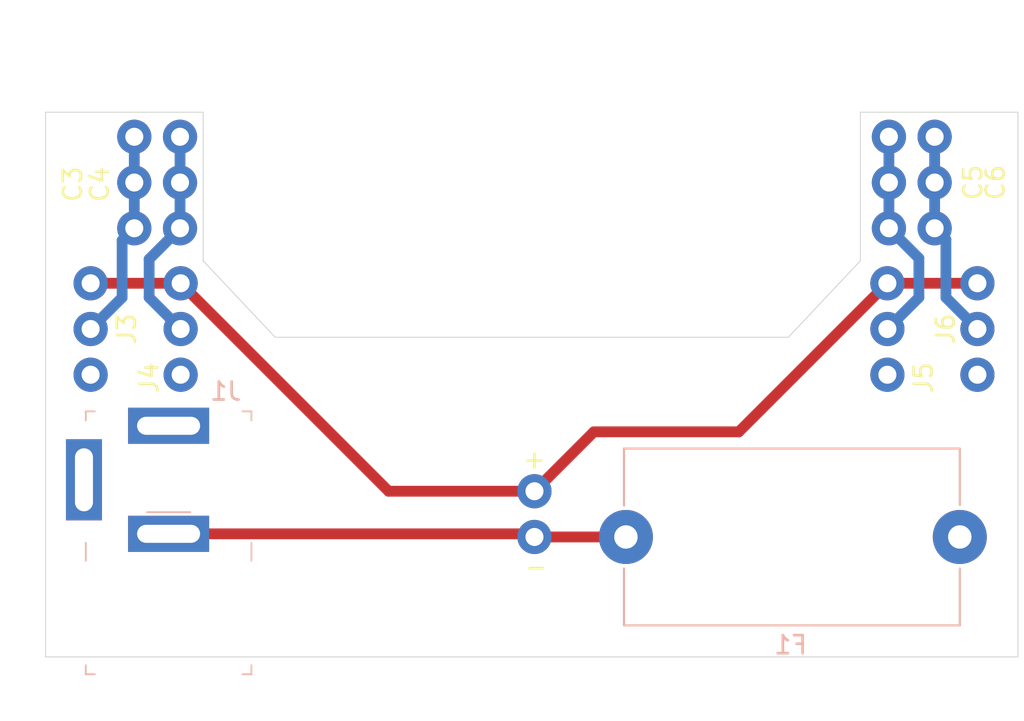
<source format=kicad_pcb>
(kicad_pcb (version 20171130) (host pcbnew "(5.1.9)-1")

  (general
    (thickness 1.6002)
    (drawings 10)
    (tracks 30)
    (zones 0)
    (modules 12)
    (nets 8)
  )

  (page A4)
  (layers
    (0 F.Cu signal)
    (31 B.Cu signal)
    (32 B.Adhes user)
    (33 F.Adhes user)
    (34 B.Paste user)
    (35 F.Paste user)
    (36 B.SilkS user)
    (37 F.SilkS user)
    (38 B.Mask user)
    (39 F.Mask user)
    (40 Dwgs.User user)
    (41 Cmts.User user)
    (42 Eco1.User user)
    (43 Eco2.User user)
    (44 Edge.Cuts user)
    (45 Margin user)
    (46 B.CrtYd user)
    (47 F.CrtYd user)
    (48 B.Fab user)
    (49 F.Fab user)
  )

  (setup
    (last_trace_width 0.15)
    (user_trace_width 0.15)
    (user_trace_width 0.2)
    (user_trace_width 0.4)
    (user_trace_width 0.6)
    (trace_clearance 0.15)
    (zone_clearance 0.508)
    (zone_45_only no)
    (trace_min 0.15)
    (via_size 0.6)
    (via_drill 0.3)
    (via_min_size 0.6)
    (via_min_drill 0.3)
    (user_via 0.6 0.3)
    (user_via 0.9 0.4)
    (uvia_size 0.6)
    (uvia_drill 0.3)
    (uvias_allowed no)
    (uvia_min_size 0.6)
    (uvia_min_drill 0.3)
    (edge_width 0.0381)
    (segment_width 0.254)
    (pcb_text_width 0.3048)
    (pcb_text_size 1.524 1.524)
    (mod_edge_width 0.1524)
    (mod_text_size 0.8128 0.8128)
    (mod_text_width 0.1524)
    (pad_size 1.524 1.524)
    (pad_drill 0.762)
    (pad_to_mask_clearance 0)
    (solder_mask_min_width 0.15)
    (aux_axis_origin 0 0)
    (visible_elements 7FFFFFFF)
    (pcbplotparams
      (layerselection 0x010fc_ffffffff)
      (usegerberextensions false)
      (usegerberattributes false)
      (usegerberadvancedattributes false)
      (creategerberjobfile false)
      (excludeedgelayer true)
      (linewidth 0.152400)
      (plotframeref false)
      (viasonmask false)
      (mode 1)
      (useauxorigin false)
      (hpglpennumber 1)
      (hpglpenspeed 20)
      (hpglpendiameter 15.000000)
      (psnegative false)
      (psa4output false)
      (plotreference true)
      (plotvalue false)
      (plotinvisibletext false)
      (padsonsilk false)
      (subtractmaskfromsilk true)
      (outputformat 1)
      (mirror false)
      (drillshape 0)
      (scaleselection 1)
      (outputdirectory "./gerbers"))
  )

  (net 0 "")
  (net 1 "Net-(C3-Pad1)")
  (net 2 "Net-(C4-Pad1)")
  (net 3 "Net-(C5-Pad1)")
  (net 4 "Net-(C6-Pad1)")
  (net 5 GND)
  (net 6 "Net-(C1-Pad1)")
  (net 7 "Net-(C2-Pad1)")

  (net_class Default "This is the default net class."
    (clearance 0.15)
    (trace_width 0.15)
    (via_dia 0.6)
    (via_drill 0.3)
    (uvia_dia 0.6)
    (uvia_drill 0.3)
    (diff_pair_width 0.2)
    (diff_pair_gap 0.3)
    (add_net GND)
    (add_net "Net-(C1-Pad1)")
    (add_net "Net-(C2-Pad1)")
    (add_net "Net-(C3-Pad1)")
    (add_net "Net-(C4-Pad1)")
    (add_net "Net-(C5-Pad1)")
    (add_net "Net-(C6-Pad1)")
  )

  (module BreadboardPS:Fuseholder_Cylinder-0.177x0.57in_Littelfuse_02540101Z_Horizontal_Open (layer B.Cu) (tedit 60544437) (tstamp 6054F248)
    (at 62.23 53.34)
    (descr "Fuseholder horizontal open, 5x20mm, 500V, 16A, Schurter 0031.8201, https://us.schurter.com/bundles/snceschurter/epim/_ProdPool_/newDS/en/typ_OGN.pdf")
    (tags "Fuseholder horizontal open 5x20 Schurter 0031.8201")
    (path /60568127)
    (fp_text reference F1 (at 9.144 6) (layer B.SilkS)
      (effects (font (size 1 1) (thickness 0.15)) (justify mirror))
    )
    (fp_text value Fuse (at 10.414 -6.096) (layer B.Fab)
      (effects (font (size 1 1) (thickness 0.15)) (justify mirror))
    )
    (fp_line (start -0.11 -4.91) (end -0.11 -1.75) (layer B.SilkS) (width 0.12))
    (fp_line (start 20.32 5.05) (end 20.32 -5.05) (layer B.CrtYd) (width 0.05))
    (fp_line (start -0.11 -4.91) (end 18.542 -4.91) (layer B.SilkS) (width 0.12))
    (fp_line (start -1.75 5.05) (end 20.32 5.05) (layer B.CrtYd) (width 0.05))
    (fp_line (start 20.32 -5.05) (end -1.75 -5.05) (layer B.CrtYd) (width 0.05))
    (fp_line (start -0.11 4.91) (end 18.542 4.91) (layer B.SilkS) (width 0.12))
    (fp_line (start -0.11 1.75) (end -0.11 4.91) (layer B.SilkS) (width 0.12))
    (fp_line (start 18.542 1.75) (end 18.542 4.91) (layer B.SilkS) (width 0.12))
    (fp_line (start 18.542 -4.91) (end 18.542 -1.778) (layer B.SilkS) (width 0.12))
    (fp_line (start -1.75 -5.05) (end -1.75 5.05) (layer B.CrtYd) (width 0.05))
    (fp_line (start 18.415 4.8) (end 0 4.8) (layer B.Fab) (width 0.1))
    (fp_line (start 18.415 -4.8) (end 18.415 4.8) (layer B.Fab) (width 0.1))
    (fp_line (start 0 -4.8) (end 18.415 -4.8) (layer B.Fab) (width 0.1))
    (fp_line (start 0 4.8) (end 0 -4.8) (layer B.Fab) (width 0.1))
    (fp_text user %R (at 9.144 -4) (layer B.Fab)
      (effects (font (size 1 1) (thickness 0.15)) (justify mirror))
    )
    (pad 1 thru_hole circle (at 0 0) (size 3 3) (drill 1.3) (layers *.Cu *.Mask)
      (net 7 "Net-(C2-Pad1)"))
    (pad 2 thru_hole circle (at 18.542 0) (size 2.999999 2.999999) (drill 1.3) (layers *.Cu *.Mask)
      (net 5 GND))
    (pad "" np_thru_hole circle (at 9.271 0) (size 2.7 2.7) (drill 2.7) (layers *.Cu *.Mask))
    (model ${KISYS3DMOD}/Fuse.3dshapes/Fuseholder_Cylinder-5x20mm_Schurter_0031_8201_Horizontal_Open.wrl
      (at (xyz 0 0 0))
      (scale (xyz 1 1 1))
      (rotate (xyz 0 0 0))
    )
  )

  (module _Pin_Pads:SolderPinPad_3x_1mmDrill (layer F.Cu) (tedit 6054DB7B) (tstamp 60550CD5)
    (at 34.925 33.655 90)
    (path /60552625)
    (fp_text reference C3 (at -0.095 -3.425 90) (layer F.SilkS)
      (effects (font (size 1 1) (thickness 0.15)))
    )
    (fp_text value ConnRR (at 7.155 0.075 90) (layer F.Fab)
      (effects (font (size 1 1) (thickness 0.15)))
    )
    (pad 1 thru_hole circle (at 2.54 0 90) (size 1.9 1.9) (drill 1) (layers *.Cu *.Mask)
      (net 1 "Net-(C3-Pad1)"))
    (pad 1 thru_hole circle (at 0 0 90) (size 1.9 1.9) (drill 1) (layers *.Cu *.Mask)
      (net 1 "Net-(C3-Pad1)"))
    (pad 1 thru_hole circle (at -2.54 0 90) (size 1.9 1.9) (drill 1) (layers *.Cu *.Mask)
      (net 1 "Net-(C3-Pad1)"))
  )

  (module _Pin_Pads:SolderPinPad_3x_1mmDrill (layer F.Cu) (tedit 6054DB7B) (tstamp 605559F4)
    (at 37.465 33.655 90)
    (path /60551B27)
    (fp_text reference C4 (at -0.095 -4.465 90) (layer F.SilkS)
      (effects (font (size 1 1) (thickness 0.15)))
    )
    (fp_text value ConnRL (at 7.155 0.035 90) (layer F.Fab)
      (effects (font (size 1 1) (thickness 0.15)))
    )
    (pad 1 thru_hole circle (at -2.54 0 90) (size 1.9 1.9) (drill 1) (layers *.Cu *.Mask)
      (net 2 "Net-(C4-Pad1)"))
    (pad 1 thru_hole circle (at 0 0 90) (size 1.9 1.9) (drill 1) (layers *.Cu *.Mask)
      (net 2 "Net-(C4-Pad1)"))
    (pad 1 thru_hole circle (at 2.54 0 90) (size 1.9 1.9) (drill 1) (layers *.Cu *.Mask)
      (net 2 "Net-(C4-Pad1)"))
  )

  (module _Pin_Pads:SolderPinPad_3x_1mmDrill (layer F.Cu) (tedit 6054DB7B) (tstamp 60550CE3)
    (at 76.835 33.655 90)
    (path /6054951D)
    (fp_text reference C5 (at 0 4.665 90) (layer F.SilkS)
      (effects (font (size 1 1) (thickness 0.15)))
    )
    (fp_text value ConnLR (at 6.655 -0.085 90) (layer F.Fab)
      (effects (font (size 1 1) (thickness 0.15)))
    )
    (pad 1 thru_hole circle (at -2.54 0 90) (size 1.9 1.9) (drill 1) (layers *.Cu *.Mask)
      (net 3 "Net-(C5-Pad1)"))
    (pad 1 thru_hole circle (at 0 0 90) (size 1.9 1.9) (drill 1) (layers *.Cu *.Mask)
      (net 3 "Net-(C5-Pad1)"))
    (pad 1 thru_hole circle (at 2.54 0 90) (size 1.9 1.9) (drill 1) (layers *.Cu *.Mask)
      (net 3 "Net-(C5-Pad1)"))
  )

  (module _Pin_Pads:SolderPinPad_3x_1mmDrill (layer F.Cu) (tedit 6054DB7B) (tstamp 605559AC)
    (at 79.375 33.655 90)
    (path /60548D0D)
    (fp_text reference C6 (at 0 3.375 90) (layer F.SilkS)
      (effects (font (size 1 1) (thickness 0.15)))
    )
    (fp_text value ConnLL (at 6.655 0.125 90) (layer F.Fab)
      (effects (font (size 1 1) (thickness 0.15)))
    )
    (pad 1 thru_hole circle (at 2.54 0 90) (size 1.9 1.9) (drill 1) (layers *.Cu *.Mask)
      (net 4 "Net-(C6-Pad1)"))
    (pad 1 thru_hole circle (at 0 0 90) (size 1.9 1.9) (drill 1) (layers *.Cu *.Mask)
      (net 4 "Net-(C6-Pad1)"))
    (pad 1 thru_hole circle (at -2.54 0 90) (size 1.9 1.9) (drill 1) (layers *.Cu *.Mask)
      (net 4 "Net-(C6-Pad1)"))
  )

  (module "_Usefull Stuff:Jumper_SPDT_1mmDrill" (layer F.Cu) (tedit 6054DBE8) (tstamp 605516A4)
    (at 32.5 41.79 90)
    (path /6055E12B)
    (fp_text reference J3 (at 0 2 90) (layer F.SilkS)
      (effects (font (size 1 1) (thickness 0.15)))
    )
    (fp_text value SinkRR (at 0.54 -3.75 90) (layer F.Fab)
      (effects (font (size 1 1) (thickness 0.15)))
    )
    (pad 1 thru_hole circle (at -2.54 0 90) (size 1.9 1.9) (drill 1) (layers *.Cu *.Mask)
      (net 5 GND))
    (pad 2 thru_hole circle (at 0 0 90) (size 1.9 1.9) (drill 1) (layers *.Cu *.Mask)
      (net 1 "Net-(C3-Pad1)"))
    (pad 3 thru_hole circle (at 2.54 0 90) (size 1.9 1.9) (drill 1) (layers *.Cu *.Mask)
      (net 6 "Net-(C1-Pad1)"))
  )

  (module "_Usefull Stuff:Jumper_SPDT_1mmDrill" (layer F.Cu) (tedit 6054DBE8) (tstamp 605516F5)
    (at 37.5 41.79 90)
    (path /6055D7DF)
    (fp_text reference J4 (at -2.71 -1.75 90) (layer F.SilkS)
      (effects (font (size 1 1) (thickness 0.15)))
    )
    (fp_text value SinkRL (at -0.46 2.25 90) (layer F.Fab)
      (effects (font (size 1 1) (thickness 0.15)))
    )
    (pad 3 thru_hole circle (at 2.54 0 90) (size 1.9 1.9) (drill 1) (layers *.Cu *.Mask)
      (net 6 "Net-(C1-Pad1)"))
    (pad 2 thru_hole circle (at 0 0 90) (size 1.9 1.9) (drill 1) (layers *.Cu *.Mask)
      (net 2 "Net-(C4-Pad1)"))
    (pad 1 thru_hole circle (at -2.54 0 90) (size 1.9 1.9) (drill 1) (layers *.Cu *.Mask)
      (net 5 GND))
  )

  (module "_Usefull Stuff:Jumper_SPDT_1mmDrill" (layer F.Cu) (tedit 6054DBE8) (tstamp 60551729)
    (at 76.75 41.79 90)
    (path /6055B709)
    (fp_text reference J5 (at -2.71 2 90) (layer F.SilkS)
      (effects (font (size 1 1) (thickness 0.15)))
    )
    (fp_text value SinkLR (at -1.21 -2.25 90) (layer F.Fab)
      (effects (font (size 1 1) (thickness 0.15)))
    )
    (pad 1 thru_hole circle (at -2.54 0 90) (size 1.9 1.9) (drill 1) (layers *.Cu *.Mask)
      (net 5 GND))
    (pad 2 thru_hole circle (at 0 0 90) (size 1.9 1.9) (drill 1) (layers *.Cu *.Mask)
      (net 3 "Net-(C5-Pad1)"))
    (pad 3 thru_hole circle (at 2.54 0 90) (size 1.9 1.9) (drill 1) (layers *.Cu *.Mask)
      (net 6 "Net-(C1-Pad1)"))
  )

  (module "_Usefull Stuff:Jumper_SPDT_1mmDrill" (layer F.Cu) (tedit 6054DBE8) (tstamp 60550D0D)
    (at 81.75 41.79 90)
    (path /6055A494)
    (fp_text reference J6 (at 0 -1.778 90) (layer F.SilkS)
      (effects (font (size 1 1) (thickness 0.15)))
    )
    (fp_text value SinkLL (at -1.46 1.75 90) (layer F.Fab)
      (effects (font (size 1 1) (thickness 0.15)))
    )
    (pad 1 thru_hole circle (at -2.54 0 90) (size 1.9 1.9) (drill 1) (layers *.Cu *.Mask)
      (net 5 GND))
    (pad 2 thru_hole circle (at 0 0 90) (size 1.9 1.9) (drill 1) (layers *.Cu *.Mask)
      (net 4 "Net-(C6-Pad1)"))
    (pad 3 thru_hole circle (at 2.54 0 90) (size 1.9 1.9) (drill 1) (layers *.Cu *.Mask)
      (net 6 "Net-(C1-Pad1)"))
  )

  (module DigiKey:Barrel_Jack_5.5mmODx2.1mmID_PJ-202A (layer B.Cu) (tedit 5CAD1432) (tstamp 6055105D)
    (at 36.83 50.165)
    (path /60556EB4)
    (fp_text reference J1 (at 3.17 -4.915) (layer B.SilkS)
      (effects (font (size 1 1) (thickness 0.15)) (justify mirror))
    )
    (fp_text value Barrel_Jack_MountingPin (at 0 12.585) (layer B.Fab)
      (effects (font (size 1 1) (thickness 0.15)) (justify mirror))
    )
    (fp_line (start -4.5 -3.7) (end 4.5 -3.7) (layer B.Fab) (width 0.1))
    (fp_line (start -4.5 -3.7) (end -4.5 10.7) (layer B.Fab) (width 0.1))
    (fp_line (start 4.5 -3.7) (end 4.5 10.7) (layer B.Fab) (width 0.1))
    (fp_line (start -4.5 10.7) (end 4.5 10.7) (layer B.Fab) (width 0.1))
    (fp_line (start 4.6 -3.8) (end 4.1 -3.8) (layer B.SilkS) (width 0.1))
    (fp_line (start 4.6 -3.8) (end 4.6 -3.3) (layer B.SilkS) (width 0.1))
    (fp_line (start -4.6 -3.8) (end -4.1 -3.8) (layer B.SilkS) (width 0.1))
    (fp_line (start -4.6 -3.8) (end -4.6 -3.3) (layer B.SilkS) (width 0.1))
    (fp_line (start -1.2 1.8) (end 1.2 1.8) (layer B.SilkS) (width 0.1))
    (fp_line (start -4.6 10.8) (end -4.6 10.3) (layer B.SilkS) (width 0.1))
    (fp_line (start -4.6 10.8) (end -4.1 10.8) (layer B.SilkS) (width 0.1))
    (fp_line (start 4.6 10.8) (end 4.1 10.8) (layer B.SilkS) (width 0.1))
    (fp_line (start 4.6 10.8) (end 4.6 10.3) (layer B.SilkS) (width 0.1))
    (fp_line (start -4.6 3.5) (end -4.6 4.5) (layer B.SilkS) (width 0.1))
    (fp_line (start 4.6 3.5) (end 4.6 4.5) (layer B.SilkS) (width 0.1))
    (fp_line (start -5.9 11) (end 4.8 11) (layer B.CrtYd) (width 0.05))
    (fp_line (start -5.9 11) (end -5.9 -4.2) (layer B.CrtYd) (width 0.05))
    (fp_line (start 4.8 11) (end 4.8 -4.2) (layer B.CrtYd) (width 0.05))
    (fp_line (start -5.9 -4.2) (end 4.8 -4.2) (layer B.CrtYd) (width 0.05))
    (pad 3 thru_hole rect (at -4.7 0) (size 2 4.5) (drill oval 1 3.5) (layers *.Cu *.Mask))
    (pad 1 thru_hole rect (at 0 -3) (size 4.5 2) (drill oval 3.5 1) (layers *.Cu *.Mask)
      (net 6 "Net-(C1-Pad1)"))
    (pad 2 thru_hole rect (at 0 3) (size 4.5 2) (drill oval 3.5 1) (layers *.Cu *.Mask)
      (net 7 "Net-(C2-Pad1)"))
  )

  (module _Pin_Pads:SolderPinPad_single_1mmDrill (layer F.Cu) (tedit 6054DBD4) (tstamp 60551552)
    (at 57.15 50.8)
    (path /60575176)
    (fp_text reference + (at 0 -1.778) (layer F.SilkS)
      (effects (font (size 1 1) (thickness 0.15)))
    )
    (fp_text value ConnRR (at 4.1 -0.05) (layer F.Fab)
      (effects (font (size 1 1) (thickness 0.15)))
    )
    (pad 1 thru_hole circle (at 0 0) (size 1.9 1.9) (drill 1) (layers *.Cu *.Mask)
      (net 6 "Net-(C1-Pad1)"))
  )

  (module _Pin_Pads:SolderPinPad_single_1mmDrill (layer F.Cu) (tedit 6054DBD4) (tstamp 60555A9C)
    (at 57.15 53.34)
    (path /60575E92)
    (fp_text reference - (at 0.1 1.66) (layer F.SilkS)
      (effects (font (size 1 1) (thickness 0.15)))
    )
    (fp_text value ConnRR (at -3.9 1.16) (layer F.Fab)
      (effects (font (size 1 1) (thickness 0.15)))
    )
    (pad 1 thru_hole circle (at 0 0) (size 1.9 1.9) (drill 1) (layers *.Cu *.Mask)
      (net 7 "Net-(C2-Pad1)"))
  )

  (gr_line (start 71.25 42.25) (end 42.75 42.25) (layer Edge.Cuts) (width 0.05) (tstamp 6055166C))
  (gr_line (start 75.25 38) (end 71.25 42.25) (layer Edge.Cuts) (width 0.05) (tstamp 6055165D))
  (gr_line (start 38.75 38) (end 42.75 42.25) (layer Edge.Cuts) (width 0.05) (tstamp 60551640))
  (gr_line (start 75.25 38) (end 75.25 29.75) (layer Edge.Cuts) (width 0.05) (tstamp 60551631))
  (gr_line (start 38.75 29.75) (end 38.75 38) (layer Edge.Cuts) (width 0.05) (tstamp 60551624))
  (gr_line (start 75.25 29.75) (end 84 29.75) (layer Edge.Cuts) (width 0.05) (tstamp 60551622))
  (gr_line (start 30 29.75) (end 38.75 29.75) (layer Edge.Cuts) (width 0.05))
  (gr_line (start 30 29.75) (end 30 60) (layer Edge.Cuts) (width 0.05) (tstamp 605421D4))
  (gr_line (start 84 60) (end 30 60) (layer Edge.Cuts) (width 0.05))
  (gr_line (start 84 29.75) (end 84 60) (layer Edge.Cuts) (width 0.05))

  (segment (start 34.925 36.195) (end 34.925 33.655) (width 0.6) (layer B.Cu) (net 1))
  (segment (start 34.925 31.115) (end 34.925 33.655) (width 0.6) (layer B.Cu) (net 1))
  (segment (start 32.5 41.79) (end 34.25 40.04) (width 0.6) (layer B.Cu) (net 1))
  (segment (start 34.25 36.87) (end 34.925 36.195) (width 0.6) (layer B.Cu) (net 1))
  (segment (start 34.25 40.04) (end 34.25 36.87) (width 0.6) (layer B.Cu) (net 1))
  (segment (start 37.465 31.115) (end 37.465 33.655) (width 0.6) (layer B.Cu) (net 2))
  (segment (start 37.465 36.195) (end 37.465 33.655) (width 0.6) (layer B.Cu) (net 2))
  (segment (start 37.5 41.79) (end 35.75 40.04) (width 0.6) (layer B.Cu) (net 2))
  (segment (start 35.75 37.91) (end 37.465 36.195) (width 0.6) (layer B.Cu) (net 2))
  (segment (start 35.75 40.04) (end 35.75 37.91) (width 0.6) (layer B.Cu) (net 2))
  (segment (start 76.835 31.115) (end 76.835 33.655) (width 0.6) (layer B.Cu) (net 3))
  (segment (start 76.835 36.195) (end 76.835 33.655) (width 0.6) (layer B.Cu) (net 3))
  (segment (start 76.75 41.79) (end 78.5 40.04) (width 0.6) (layer B.Cu) (net 3))
  (segment (start 78.5 37.86) (end 76.835 36.195) (width 0.6) (layer B.Cu) (net 3))
  (segment (start 78.5 40.04) (end 78.5 37.86) (width 0.6) (layer B.Cu) (net 3))
  (segment (start 79.375 31.115) (end 79.375 33.655) (width 0.6) (layer B.Cu) (net 4))
  (segment (start 79.375 36.195) (end 79.375 33.655) (width 0.6) (layer B.Cu) (net 4))
  (segment (start 81.75 41.79) (end 80 40.04) (width 0.6) (layer B.Cu) (net 4))
  (segment (start 80 36.82) (end 79.375 36.195) (width 0.6) (layer B.Cu) (net 4))
  (segment (start 80 40.04) (end 80 36.82) (width 0.6) (layer B.Cu) (net 4))
  (segment (start 81.75 39.25) (end 76.75 39.25) (width 0.6) (layer F.Cu) (net 6))
  (segment (start 60.45 47.5) (end 57.15 50.8) (width 0.6) (layer F.Cu) (net 6))
  (segment (start 68.5 47.5) (end 60.45 47.5) (width 0.6) (layer F.Cu) (net 6))
  (segment (start 76.75 39.25) (end 68.5 47.5) (width 0.6) (layer F.Cu) (net 6))
  (segment (start 32.5 39.25) (end 37.5 39.25) (width 0.6) (layer F.Cu) (net 6))
  (segment (start 49.05 50.8) (end 57.15 50.8) (width 0.6) (layer F.Cu) (net 6))
  (segment (start 37.5 39.25) (end 49.05 50.8) (width 0.6) (layer F.Cu) (net 6))
  (segment (start 56.975 53.165) (end 57.15 53.34) (width 0.6) (layer F.Cu) (net 7))
  (segment (start 36.83 53.165) (end 56.975 53.165) (width 0.6) (layer F.Cu) (net 7))
  (segment (start 57.15 53.34) (end 62.23 53.34) (width 0.6) (layer F.Cu) (net 7))

)

</source>
